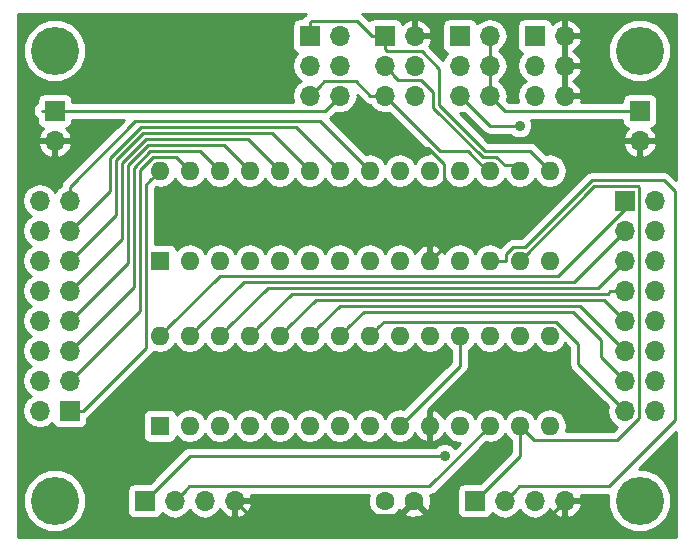
<source format=gtl>
G04 #@! TF.FileFunction,Copper,L1,Top,Signal*
%FSLAX46Y46*%
G04 Gerber Fmt 4.6, Leading zero omitted, Abs format (unit mm)*
G04 Created by KiCad (PCBNEW 4.0.7-e2-6376~58~ubuntu14.04.1) date Sat Apr 21 17:25:06 2018*
%MOMM*%
%LPD*%
G01*
G04 APERTURE LIST*
%ADD10C,0.100000*%
%ADD11R,1.700000X1.700000*%
%ADD12O,1.700000X1.700000*%
%ADD13R,1.600000X1.600000*%
%ADD14O,1.600000X1.600000*%
%ADD15C,4.064000*%
%ADD16C,1.600000*%
%ADD17C,0.889000*%
%ADD18C,0.254000*%
G04 APERTURE END LIST*
D10*
D11*
X226060000Y-139700000D03*
D12*
X228600000Y-139700000D03*
X226060000Y-142240000D03*
X228600000Y-142240000D03*
X226060000Y-144780000D03*
X228600000Y-144780000D03*
X226060000Y-147320000D03*
X228600000Y-147320000D03*
X226060000Y-149860000D03*
X228600000Y-149860000D03*
X226060000Y-152400000D03*
X228600000Y-152400000D03*
X226060000Y-154940000D03*
X228600000Y-154940000D03*
X226060000Y-157480000D03*
X228600000Y-157480000D03*
D13*
X186690000Y-158750000D03*
D14*
X219710000Y-151130000D03*
X189230000Y-158750000D03*
X217170000Y-151130000D03*
X191770000Y-158750000D03*
X214630000Y-151130000D03*
X194310000Y-158750000D03*
X212090000Y-151130000D03*
X196850000Y-158750000D03*
X209550000Y-151130000D03*
X199390000Y-158750000D03*
X207010000Y-151130000D03*
X201930000Y-158750000D03*
X204470000Y-151130000D03*
X204470000Y-158750000D03*
X201930000Y-151130000D03*
X207010000Y-158750000D03*
X199390000Y-151130000D03*
X209550000Y-158750000D03*
X196850000Y-151130000D03*
X212090000Y-158750000D03*
X194310000Y-151130000D03*
X214630000Y-158750000D03*
X191770000Y-151130000D03*
X217170000Y-158750000D03*
X189230000Y-151130000D03*
X219710000Y-158750000D03*
X186690000Y-151130000D03*
D11*
X205740000Y-125730000D03*
D12*
X208280000Y-125730000D03*
X205740000Y-128270000D03*
X208280000Y-128270000D03*
X205740000Y-130810000D03*
X208280000Y-130810000D03*
D11*
X177800000Y-132080000D03*
D12*
X177800000Y-134620000D03*
D15*
X177800000Y-127000000D03*
D11*
X199390000Y-125730000D03*
D12*
X201930000Y-125730000D03*
X199390000Y-128270000D03*
X201930000Y-128270000D03*
X199390000Y-130810000D03*
X201930000Y-130810000D03*
D15*
X227330000Y-165100000D03*
D11*
X213360000Y-165100000D03*
D12*
X215900000Y-165100000D03*
X218440000Y-165100000D03*
X220980000Y-165100000D03*
D13*
X186690000Y-144780000D03*
D14*
X219710000Y-137160000D03*
X189230000Y-144780000D03*
X217170000Y-137160000D03*
X191770000Y-144780000D03*
X214630000Y-137160000D03*
X194310000Y-144780000D03*
X212090000Y-137160000D03*
X196850000Y-144780000D03*
X209550000Y-137160000D03*
X199390000Y-144780000D03*
X207010000Y-137160000D03*
X201930000Y-144780000D03*
X204470000Y-137160000D03*
X204470000Y-144780000D03*
X201930000Y-137160000D03*
X207010000Y-144780000D03*
X199390000Y-137160000D03*
X209550000Y-144780000D03*
X196850000Y-137160000D03*
X212090000Y-144780000D03*
X194310000Y-137160000D03*
X214630000Y-144780000D03*
X191770000Y-137160000D03*
X217170000Y-144780000D03*
X189230000Y-137160000D03*
X219710000Y-144780000D03*
X186690000Y-137160000D03*
D16*
X208240000Y-165100000D03*
X205740000Y-165100000D03*
D15*
X227330000Y-127000000D03*
D11*
X218440000Y-125730000D03*
D12*
X220980000Y-125730000D03*
X218440000Y-128270000D03*
X220980000Y-128270000D03*
X218440000Y-130810000D03*
X220980000Y-130810000D03*
D11*
X212090000Y-125730000D03*
D12*
X214630000Y-125730000D03*
X212090000Y-128270000D03*
X214630000Y-128270000D03*
X212090000Y-130810000D03*
X214630000Y-130810000D03*
D11*
X227330000Y-132080000D03*
D12*
X227330000Y-134620000D03*
D11*
X185420000Y-165100000D03*
D12*
X187960000Y-165100000D03*
X190500000Y-165100000D03*
X193040000Y-165100000D03*
D11*
X179070000Y-157480000D03*
D12*
X176530000Y-157480000D03*
X179070000Y-154940000D03*
X176530000Y-154940000D03*
X179070000Y-152400000D03*
X176530000Y-152400000D03*
X179070000Y-149860000D03*
X176530000Y-149860000D03*
X179070000Y-147320000D03*
X176530000Y-147320000D03*
X179070000Y-144780000D03*
X176530000Y-144780000D03*
X179070000Y-142240000D03*
X176530000Y-142240000D03*
X179070000Y-139700000D03*
X176530000Y-139700000D03*
D15*
X177800000Y-165100000D03*
D17*
X208280000Y-135255000D03*
X210820000Y-161290000D03*
X217170000Y-133350000D03*
D18*
X209550000Y-144780000D02*
X210731001Y-143598999D01*
X210731001Y-143598999D02*
X210731001Y-136593119D01*
X210731001Y-136593119D02*
X209392882Y-135255000D01*
X209392882Y-135255000D02*
X208280000Y-135255000D01*
X193040000Y-165100000D02*
X194221001Y-166281001D01*
X207058999Y-166281001D02*
X207440001Y-165899999D01*
X194221001Y-166281001D02*
X207058999Y-166281001D01*
X207440001Y-165899999D02*
X208240000Y-165100000D01*
X220980000Y-165100000D02*
X218440000Y-167640000D01*
X218440000Y-167640000D02*
X210780000Y-167640000D01*
X210780000Y-167640000D02*
X209039999Y-165899999D01*
X209039999Y-165899999D02*
X208240000Y-165100000D01*
X177800000Y-132080000D02*
X176696000Y-132080000D01*
X212090000Y-151130000D02*
X212090000Y-153670000D01*
X212090000Y-153670000D02*
X207010000Y-158750000D01*
X214630000Y-128270000D02*
X214630000Y-125730000D01*
X214630000Y-130810000D02*
X214630000Y-128270000D01*
X227330000Y-132080000D02*
X215900000Y-132080000D01*
X215900000Y-132080000D02*
X214630000Y-130810000D01*
X177800000Y-132080000D02*
X200660000Y-132080000D01*
X200660000Y-132080000D02*
X201930000Y-130810000D01*
X214630000Y-144780000D02*
X215988999Y-144780000D01*
X215988999Y-144780000D02*
X215988999Y-144213119D01*
X215988999Y-144213119D02*
X216603119Y-143598999D01*
X216603119Y-143598999D02*
X217632567Y-143598999D01*
X216749999Y-164250001D02*
X215900000Y-165100000D01*
X217632567Y-143598999D02*
X223270576Y-137960990D01*
X217131001Y-163868999D02*
X216749999Y-164250001D01*
X223270576Y-137960990D02*
X229401306Y-137960990D01*
X229401306Y-137960990D02*
X230339011Y-138898695D01*
X230339011Y-138898695D02*
X230339010Y-158281306D01*
X230339010Y-158281306D02*
X224751317Y-163868999D01*
X224751317Y-163868999D02*
X217131001Y-163868999D01*
X214630000Y-158750000D02*
X209511001Y-163868999D01*
X209511001Y-163868999D02*
X189191001Y-163868999D01*
X189191001Y-163868999D02*
X188809999Y-164250001D01*
X188809999Y-164250001D02*
X187960000Y-165100000D01*
X185420000Y-165100000D02*
X189230000Y-161290000D01*
X189230000Y-161290000D02*
X210820000Y-161290000D01*
X217170000Y-158750000D02*
X217170000Y-161290000D01*
X217170000Y-161290000D02*
X213360000Y-165100000D01*
X217170000Y-144780000D02*
X223481001Y-138468999D01*
X227291001Y-158070881D02*
X225430881Y-159931001D01*
X223481001Y-138468999D02*
X227214801Y-138468999D01*
X227214801Y-138468999D02*
X227291001Y-138545199D01*
X227291001Y-138545199D02*
X227291001Y-158070881D01*
X225430881Y-159931001D02*
X218351001Y-159931001D01*
X218351001Y-159931001D02*
X217969999Y-159549999D01*
X217969999Y-159549999D02*
X217170000Y-158750000D01*
X217170000Y-133350000D02*
X214630000Y-133350000D01*
X214630000Y-133350000D02*
X212090000Y-130810000D01*
X222141003Y-153561003D02*
X222141003Y-151813121D01*
X222141003Y-151813121D02*
X220276881Y-149948999D01*
X220276881Y-149948999D02*
X205651001Y-149948999D01*
X205651001Y-149948999D02*
X205269999Y-150330001D01*
X205269999Y-150330001D02*
X204470000Y-151130000D01*
X226060000Y-157480000D02*
X222141003Y-153561003D01*
X202729999Y-150330001D02*
X201930000Y-151130000D01*
X224028010Y-152908010D02*
X224028010Y-151455897D01*
X221666286Y-149094173D02*
X203965827Y-149094173D01*
X226060000Y-154940000D02*
X224028010Y-152908010D01*
X224028010Y-151455897D02*
X221666286Y-149094173D01*
X203965827Y-149094173D02*
X202729999Y-150330001D01*
X200189999Y-150330001D02*
X199390000Y-151130000D01*
X201933838Y-148586162D02*
X200189999Y-150330001D01*
X222246162Y-148586162D02*
X201933838Y-148586162D01*
X226060000Y-152400000D02*
X222246162Y-148586162D01*
X197649999Y-150330001D02*
X196850000Y-151130000D01*
X226060000Y-149860000D02*
X224278151Y-148078151D01*
X224278151Y-148078151D02*
X199901849Y-148078151D01*
X199901849Y-148078151D02*
X197649999Y-150330001D01*
X195109999Y-150330001D02*
X194310000Y-151130000D01*
X197869860Y-147570140D02*
X195109999Y-150330001D01*
X224607779Y-147570140D02*
X197869860Y-147570140D01*
X224857919Y-147320000D02*
X224607779Y-147570140D01*
X226060000Y-147320000D02*
X224857919Y-147320000D01*
X195837872Y-147062129D02*
X192569999Y-150330001D01*
X223777871Y-147062129D02*
X195837872Y-147062129D01*
X192569999Y-150330001D02*
X191770000Y-151130000D01*
X226060000Y-144780000D02*
X223777871Y-147062129D01*
X221745882Y-146554118D02*
X193805882Y-146554118D01*
X226060000Y-142240000D02*
X221745882Y-146554118D01*
X193805882Y-146554118D02*
X190029999Y-150330001D01*
X190029999Y-150330001D02*
X189230000Y-151130000D01*
X226060000Y-139700000D02*
X226060000Y-140389843D01*
X220403736Y-146046107D02*
X191773893Y-146046107D01*
X226060000Y-140389843D02*
X220403736Y-146046107D01*
X191773893Y-146046107D02*
X187489999Y-150330001D01*
X187489999Y-150330001D02*
X186690000Y-151130000D01*
X210350989Y-131611305D02*
X210350989Y-128519107D01*
X208870881Y-127038999D02*
X205944999Y-127038999D01*
X214210672Y-135470988D02*
X210350989Y-131611305D01*
X218020988Y-135470988D02*
X214210672Y-135470988D01*
X205740000Y-126834000D02*
X205740000Y-125730000D01*
X219710000Y-137160000D02*
X218020988Y-135470988D01*
X210350989Y-128519107D02*
X208870881Y-127038999D01*
X205944999Y-127038999D02*
X205740000Y-126834000D01*
X205740000Y-125730000D02*
X204636000Y-125730000D01*
X204636000Y-125730000D02*
X203404999Y-124498999D01*
X203404999Y-124498999D02*
X199517001Y-124498999D01*
X199517001Y-124498999D02*
X199390000Y-124626000D01*
X199390000Y-124626000D02*
X199390000Y-125730000D01*
X217149737Y-136639825D02*
X215811001Y-136639825D01*
X215811001Y-136639825D02*
X215811001Y-136593119D01*
X206908772Y-129501001D02*
X206476600Y-129068829D01*
X215811001Y-136593119D02*
X215196881Y-135978999D01*
X206476600Y-129068829D02*
X206476600Y-129006600D01*
X215196881Y-135978999D02*
X214063119Y-135978999D01*
X214063119Y-135978999D02*
X214031684Y-136010434D01*
X208836632Y-129501001D02*
X206908772Y-129501001D01*
X214031684Y-136010434D02*
X209842979Y-131821729D01*
X206476600Y-129006600D02*
X205740000Y-128270000D01*
X209842979Y-131821729D02*
X209842979Y-130507348D01*
X209842979Y-130507348D02*
X208836632Y-129501001D01*
X214630000Y-137160000D02*
X214428072Y-137160000D01*
X214428072Y-137160000D02*
X212757259Y-135489187D01*
X212757259Y-135489187D02*
X210418869Y-135489187D01*
X210418869Y-135489187D02*
X206589999Y-131660317D01*
X206589999Y-131660317D02*
X206589999Y-131659999D01*
X206589999Y-131659999D02*
X205740000Y-130810000D01*
X205740000Y-130810000D02*
X204537919Y-130810000D01*
X204537919Y-130810000D02*
X203306918Y-129578999D01*
X203306918Y-129578999D02*
X200621001Y-129578999D01*
X200621001Y-129578999D02*
X200239999Y-129960001D01*
X200239999Y-129960001D02*
X199390000Y-130810000D01*
X179070000Y-139700000D02*
X179070000Y-138497919D01*
X179070000Y-138497919D02*
X184636980Y-132930939D01*
X203670001Y-136360001D02*
X204470000Y-137160000D01*
X184636980Y-132930939D02*
X200240939Y-132930939D01*
X200240939Y-132930939D02*
X203670001Y-136360001D01*
X179070000Y-142240000D02*
X182460944Y-138849056D01*
X182460944Y-138849056D02*
X182460944Y-136049004D01*
X198208949Y-133438949D02*
X201130001Y-136360001D01*
X201130001Y-136360001D02*
X201930000Y-137160000D01*
X182460944Y-136049004D02*
X185070999Y-133438949D01*
X185070999Y-133438949D02*
X198208949Y-133438949D01*
X179070000Y-144780000D02*
X182968953Y-140881047D01*
X196176959Y-133946959D02*
X198590001Y-136360001D01*
X182968953Y-140881047D02*
X182968953Y-136259429D01*
X182968953Y-136259429D02*
X185281423Y-133946959D01*
X185281423Y-133946959D02*
X196176959Y-133946959D01*
X198590001Y-136360001D02*
X199390000Y-137160000D01*
X179070000Y-147320000D02*
X183476962Y-142913038D01*
X183476962Y-142913038D02*
X183476962Y-136469854D01*
X183476962Y-136469854D02*
X185491847Y-134454969D01*
X185491847Y-134454969D02*
X194144969Y-134454969D01*
X194144969Y-134454969D02*
X196050001Y-136360001D01*
X196050001Y-136360001D02*
X196850000Y-137160000D01*
X179070000Y-149860000D02*
X183984970Y-144945030D01*
X183984970Y-144945030D02*
X183984971Y-136680279D01*
X183984971Y-136680279D02*
X185702271Y-134962979D01*
X185702271Y-134962979D02*
X192112979Y-134962979D01*
X192112979Y-134962979D02*
X193510001Y-136360001D01*
X193510001Y-136360001D02*
X194310000Y-137160000D01*
X179070000Y-152400000D02*
X184492980Y-146977020D01*
X184492980Y-146977020D02*
X184492980Y-136890704D01*
X184492980Y-136890704D02*
X185912695Y-135470989D01*
X185912695Y-135470989D02*
X190080989Y-135470989D01*
X190080989Y-135470989D02*
X190970001Y-136360001D01*
X190970001Y-136360001D02*
X191770000Y-137160000D01*
X179070000Y-154940000D02*
X185000989Y-149009011D01*
X185000989Y-149009011D02*
X185000989Y-137101129D01*
X185000989Y-137101129D02*
X186123119Y-135978999D01*
X188430001Y-136360001D02*
X189230000Y-137160000D01*
X186123119Y-135978999D02*
X188048999Y-135978999D01*
X188048999Y-135978999D02*
X188430001Y-136360001D01*
X179070000Y-157480000D02*
X180174000Y-157480000D01*
X185508999Y-138341001D02*
X185890001Y-137959999D01*
X180174000Y-157480000D02*
X185508999Y-152145001D01*
X185508999Y-152145001D02*
X185508999Y-138341001D01*
X185890001Y-137959999D02*
X186690000Y-137160000D01*
G36*
X198978186Y-123960183D02*
X198851185Y-124087185D01*
X198754048Y-124232560D01*
X198540000Y-124232560D01*
X198304683Y-124276838D01*
X198088559Y-124415910D01*
X197943569Y-124628110D01*
X197892560Y-124880000D01*
X197892560Y-126580000D01*
X197936838Y-126815317D01*
X198075910Y-127031441D01*
X198288110Y-127176431D01*
X198355541Y-127190086D01*
X198310853Y-127219946D01*
X197988946Y-127701715D01*
X197875907Y-128270000D01*
X197988946Y-128838285D01*
X198310853Y-129320054D01*
X198640026Y-129540000D01*
X198310853Y-129759946D01*
X197988946Y-130241715D01*
X197875907Y-130810000D01*
X197976955Y-131318000D01*
X179297440Y-131318000D01*
X179297440Y-131230000D01*
X179253162Y-130994683D01*
X179114090Y-130778559D01*
X178901890Y-130633569D01*
X178650000Y-130582560D01*
X176950000Y-130582560D01*
X176714683Y-130626838D01*
X176498559Y-130765910D01*
X176353569Y-130978110D01*
X176302560Y-131230000D01*
X176302560Y-131444048D01*
X176157185Y-131541185D01*
X175992004Y-131788395D01*
X175934000Y-132080000D01*
X175992004Y-132371605D01*
X176157185Y-132618815D01*
X176302560Y-132715952D01*
X176302560Y-132930000D01*
X176346838Y-133165317D01*
X176485910Y-133381441D01*
X176698110Y-133526431D01*
X176806107Y-133548301D01*
X176528355Y-133853076D01*
X176358524Y-134263110D01*
X176479845Y-134493000D01*
X177673000Y-134493000D01*
X177673000Y-134473000D01*
X177927000Y-134473000D01*
X177927000Y-134493000D01*
X179120155Y-134493000D01*
X179241476Y-134263110D01*
X179071645Y-133853076D01*
X178795499Y-133550063D01*
X178885317Y-133533162D01*
X179101441Y-133394090D01*
X179246431Y-133181890D01*
X179297440Y-132930000D01*
X179297440Y-132842000D01*
X183648288Y-132842000D01*
X178531185Y-137959104D01*
X178366004Y-138206314D01*
X178321737Y-138428857D01*
X177990853Y-138649946D01*
X177800000Y-138935578D01*
X177609147Y-138649946D01*
X177127378Y-138328039D01*
X176559093Y-138215000D01*
X176500907Y-138215000D01*
X175932622Y-138328039D01*
X175450853Y-138649946D01*
X175128946Y-139131715D01*
X175015907Y-139700000D01*
X175128946Y-140268285D01*
X175450853Y-140750054D01*
X175780026Y-140970000D01*
X175450853Y-141189946D01*
X175128946Y-141671715D01*
X175015907Y-142240000D01*
X175128946Y-142808285D01*
X175450853Y-143290054D01*
X175780026Y-143510000D01*
X175450853Y-143729946D01*
X175128946Y-144211715D01*
X175015907Y-144780000D01*
X175128946Y-145348285D01*
X175450853Y-145830054D01*
X175780026Y-146050000D01*
X175450853Y-146269946D01*
X175128946Y-146751715D01*
X175015907Y-147320000D01*
X175128946Y-147888285D01*
X175450853Y-148370054D01*
X175780026Y-148590000D01*
X175450853Y-148809946D01*
X175128946Y-149291715D01*
X175015907Y-149860000D01*
X175128946Y-150428285D01*
X175450853Y-150910054D01*
X175780026Y-151130000D01*
X175450853Y-151349946D01*
X175128946Y-151831715D01*
X175015907Y-152400000D01*
X175128946Y-152968285D01*
X175450853Y-153450054D01*
X175780026Y-153670000D01*
X175450853Y-153889946D01*
X175128946Y-154371715D01*
X175015907Y-154940000D01*
X175128946Y-155508285D01*
X175450853Y-155990054D01*
X175780026Y-156210000D01*
X175450853Y-156429946D01*
X175128946Y-156911715D01*
X175015907Y-157480000D01*
X175128946Y-158048285D01*
X175450853Y-158530054D01*
X175932622Y-158851961D01*
X176500907Y-158965000D01*
X176559093Y-158965000D01*
X177127378Y-158851961D01*
X177609147Y-158530054D01*
X177609971Y-158528821D01*
X177616838Y-158565317D01*
X177755910Y-158781441D01*
X177968110Y-158926431D01*
X178220000Y-158977440D01*
X179920000Y-158977440D01*
X180155317Y-158933162D01*
X180371441Y-158794090D01*
X180516431Y-158581890D01*
X180567440Y-158330000D01*
X180567440Y-158115952D01*
X180712815Y-158018815D01*
X186047814Y-152683816D01*
X186176649Y-152491001D01*
X186690000Y-152593113D01*
X187239151Y-152483880D01*
X187704698Y-152172811D01*
X187960000Y-151790725D01*
X188215302Y-152172811D01*
X188680849Y-152483880D01*
X189230000Y-152593113D01*
X189779151Y-152483880D01*
X190244698Y-152172811D01*
X190500000Y-151790725D01*
X190755302Y-152172811D01*
X191220849Y-152483880D01*
X191770000Y-152593113D01*
X192319151Y-152483880D01*
X192784698Y-152172811D01*
X193040000Y-151790725D01*
X193295302Y-152172811D01*
X193760849Y-152483880D01*
X194310000Y-152593113D01*
X194859151Y-152483880D01*
X195324698Y-152172811D01*
X195580000Y-151790725D01*
X195835302Y-152172811D01*
X196300849Y-152483880D01*
X196850000Y-152593113D01*
X197399151Y-152483880D01*
X197864698Y-152172811D01*
X198120000Y-151790725D01*
X198375302Y-152172811D01*
X198840849Y-152483880D01*
X199390000Y-152593113D01*
X199939151Y-152483880D01*
X200404698Y-152172811D01*
X200660000Y-151790725D01*
X200915302Y-152172811D01*
X201380849Y-152483880D01*
X201930000Y-152593113D01*
X202479151Y-152483880D01*
X202944698Y-152172811D01*
X203200000Y-151790725D01*
X203455302Y-152172811D01*
X203920849Y-152483880D01*
X204470000Y-152593113D01*
X205019151Y-152483880D01*
X205484698Y-152172811D01*
X205740000Y-151790725D01*
X205995302Y-152172811D01*
X206460849Y-152483880D01*
X207010000Y-152593113D01*
X207559151Y-152483880D01*
X208024698Y-152172811D01*
X208280000Y-151790725D01*
X208535302Y-152172811D01*
X209000849Y-152483880D01*
X209550000Y-152593113D01*
X210099151Y-152483880D01*
X210564698Y-152172811D01*
X210820000Y-151790725D01*
X211075302Y-152172811D01*
X211328000Y-152341659D01*
X211328000Y-153354370D01*
X207331527Y-157350843D01*
X207010000Y-157286887D01*
X206460849Y-157396120D01*
X205995302Y-157707189D01*
X205740000Y-158089275D01*
X205484698Y-157707189D01*
X205019151Y-157396120D01*
X204470000Y-157286887D01*
X203920849Y-157396120D01*
X203455302Y-157707189D01*
X203200000Y-158089275D01*
X202944698Y-157707189D01*
X202479151Y-157396120D01*
X201930000Y-157286887D01*
X201380849Y-157396120D01*
X200915302Y-157707189D01*
X200660000Y-158089275D01*
X200404698Y-157707189D01*
X199939151Y-157396120D01*
X199390000Y-157286887D01*
X198840849Y-157396120D01*
X198375302Y-157707189D01*
X198120000Y-158089275D01*
X197864698Y-157707189D01*
X197399151Y-157396120D01*
X196850000Y-157286887D01*
X196300849Y-157396120D01*
X195835302Y-157707189D01*
X195580000Y-158089275D01*
X195324698Y-157707189D01*
X194859151Y-157396120D01*
X194310000Y-157286887D01*
X193760849Y-157396120D01*
X193295302Y-157707189D01*
X193040000Y-158089275D01*
X192784698Y-157707189D01*
X192319151Y-157396120D01*
X191770000Y-157286887D01*
X191220849Y-157396120D01*
X190755302Y-157707189D01*
X190500000Y-158089275D01*
X190244698Y-157707189D01*
X189779151Y-157396120D01*
X189230000Y-157286887D01*
X188680849Y-157396120D01*
X188215302Y-157707189D01*
X188118899Y-157851465D01*
X188093162Y-157714683D01*
X187954090Y-157498559D01*
X187741890Y-157353569D01*
X187490000Y-157302560D01*
X185890000Y-157302560D01*
X185654683Y-157346838D01*
X185438559Y-157485910D01*
X185293569Y-157698110D01*
X185242560Y-157950000D01*
X185242560Y-159550000D01*
X185286838Y-159785317D01*
X185425910Y-160001441D01*
X185638110Y-160146431D01*
X185890000Y-160197440D01*
X187490000Y-160197440D01*
X187725317Y-160153162D01*
X187941441Y-160014090D01*
X188086431Y-159801890D01*
X188117815Y-159646911D01*
X188215302Y-159792811D01*
X188680849Y-160103880D01*
X189230000Y-160213113D01*
X189779151Y-160103880D01*
X190244698Y-159792811D01*
X190500000Y-159410725D01*
X190755302Y-159792811D01*
X191220849Y-160103880D01*
X191770000Y-160213113D01*
X192319151Y-160103880D01*
X192784698Y-159792811D01*
X193040000Y-159410725D01*
X193295302Y-159792811D01*
X193760849Y-160103880D01*
X194310000Y-160213113D01*
X194859151Y-160103880D01*
X195324698Y-159792811D01*
X195580000Y-159410725D01*
X195835302Y-159792811D01*
X196300849Y-160103880D01*
X196850000Y-160213113D01*
X197399151Y-160103880D01*
X197864698Y-159792811D01*
X198120000Y-159410725D01*
X198375302Y-159792811D01*
X198840849Y-160103880D01*
X199390000Y-160213113D01*
X199939151Y-160103880D01*
X200404698Y-159792811D01*
X200660000Y-159410725D01*
X200915302Y-159792811D01*
X201380849Y-160103880D01*
X201930000Y-160213113D01*
X202479151Y-160103880D01*
X202944698Y-159792811D01*
X203200000Y-159410725D01*
X203455302Y-159792811D01*
X203920849Y-160103880D01*
X204470000Y-160213113D01*
X205019151Y-160103880D01*
X205484698Y-159792811D01*
X205740000Y-159410725D01*
X205995302Y-159792811D01*
X206460849Y-160103880D01*
X207010000Y-160213113D01*
X207559151Y-160103880D01*
X208024698Y-159792811D01*
X208294986Y-159388297D01*
X208397611Y-159605134D01*
X208812577Y-159981041D01*
X209200961Y-160141904D01*
X209423000Y-160019915D01*
X209423000Y-158877000D01*
X209403000Y-158877000D01*
X209403000Y-158623000D01*
X209423000Y-158623000D01*
X209423000Y-157480085D01*
X209380755Y-157456875D01*
X212628815Y-154208815D01*
X212793996Y-153961605D01*
X212852000Y-153670000D01*
X212852000Y-152341659D01*
X213104698Y-152172811D01*
X213360000Y-151790725D01*
X213615302Y-152172811D01*
X214080849Y-152483880D01*
X214630000Y-152593113D01*
X215179151Y-152483880D01*
X215644698Y-152172811D01*
X215900000Y-151790725D01*
X216155302Y-152172811D01*
X216620849Y-152483880D01*
X217170000Y-152593113D01*
X217719151Y-152483880D01*
X218184698Y-152172811D01*
X218440000Y-151790725D01*
X218695302Y-152172811D01*
X219160849Y-152483880D01*
X219710000Y-152593113D01*
X220259151Y-152483880D01*
X220724698Y-152172811D01*
X221004424Y-151754172D01*
X221379003Y-152128752D01*
X221379003Y-153561003D01*
X221437007Y-153852608D01*
X221458651Y-153885000D01*
X221602188Y-154099818D01*
X224618321Y-157115952D01*
X224545907Y-157480000D01*
X224658946Y-158048285D01*
X224980853Y-158530054D01*
X225444440Y-158839812D01*
X225115251Y-159169001D01*
X221067247Y-159169001D01*
X221145000Y-158778113D01*
X221145000Y-158721887D01*
X221035767Y-158172736D01*
X220724698Y-157707189D01*
X220259151Y-157396120D01*
X219710000Y-157286887D01*
X219160849Y-157396120D01*
X218695302Y-157707189D01*
X218440000Y-158089275D01*
X218184698Y-157707189D01*
X217719151Y-157396120D01*
X217170000Y-157286887D01*
X216620849Y-157396120D01*
X216155302Y-157707189D01*
X215900000Y-158089275D01*
X215644698Y-157707189D01*
X215179151Y-157396120D01*
X214630000Y-157286887D01*
X214080849Y-157396120D01*
X213615302Y-157707189D01*
X213360000Y-158089275D01*
X213104698Y-157707189D01*
X212639151Y-157396120D01*
X212090000Y-157286887D01*
X211540849Y-157396120D01*
X211075302Y-157707189D01*
X210805014Y-158111703D01*
X210702389Y-157894866D01*
X210287423Y-157518959D01*
X209899039Y-157358096D01*
X209677000Y-157480085D01*
X209677000Y-158623000D01*
X209697000Y-158623000D01*
X209697000Y-158877000D01*
X209677000Y-158877000D01*
X209677000Y-160019915D01*
X209899039Y-160141904D01*
X210287423Y-159981041D01*
X210702389Y-159605134D01*
X210805014Y-159388297D01*
X211075302Y-159792811D01*
X211540849Y-160103880D01*
X212089380Y-160212990D01*
X211679423Y-160622947D01*
X211432286Y-160375378D01*
X211035668Y-160210687D01*
X210606216Y-160210313D01*
X210209311Y-160374311D01*
X210055354Y-160528000D01*
X189230000Y-160528000D01*
X188938395Y-160586004D01*
X188865072Y-160634997D01*
X188691185Y-160751184D01*
X185839810Y-163602560D01*
X184570000Y-163602560D01*
X184334683Y-163646838D01*
X184118559Y-163785910D01*
X183973569Y-163998110D01*
X183922560Y-164250000D01*
X183922560Y-165950000D01*
X183966838Y-166185317D01*
X184105910Y-166401441D01*
X184318110Y-166546431D01*
X184570000Y-166597440D01*
X186270000Y-166597440D01*
X186505317Y-166553162D01*
X186721441Y-166414090D01*
X186866431Y-166201890D01*
X186880086Y-166134459D01*
X186909946Y-166179147D01*
X187391715Y-166501054D01*
X187960000Y-166614093D01*
X188528285Y-166501054D01*
X189010054Y-166179147D01*
X189230000Y-165849974D01*
X189449946Y-166179147D01*
X189931715Y-166501054D01*
X190500000Y-166614093D01*
X191068285Y-166501054D01*
X191550054Y-166179147D01*
X191777702Y-165838447D01*
X191844817Y-165981358D01*
X192273076Y-166371645D01*
X192683110Y-166541476D01*
X192913000Y-166420155D01*
X192913000Y-165227000D01*
X193167000Y-165227000D01*
X193167000Y-166420155D01*
X193396890Y-166541476D01*
X193806924Y-166371645D01*
X194235183Y-165981358D01*
X194481486Y-165456892D01*
X194360819Y-165227000D01*
X193167000Y-165227000D01*
X192913000Y-165227000D01*
X192893000Y-165227000D01*
X192893000Y-164973000D01*
X192913000Y-164973000D01*
X192913000Y-164953000D01*
X193167000Y-164953000D01*
X193167000Y-164973000D01*
X194360819Y-164973000D01*
X194481486Y-164743108D01*
X194428837Y-164630999D01*
X204380952Y-164630999D01*
X204305250Y-164813309D01*
X204304752Y-165384187D01*
X204522757Y-165911800D01*
X204926077Y-166315824D01*
X205453309Y-166534750D01*
X206024187Y-166535248D01*
X206551800Y-166317243D01*
X206761663Y-166107745D01*
X207411861Y-166107745D01*
X207485995Y-166353864D01*
X208023223Y-166546965D01*
X208593454Y-166519778D01*
X208994005Y-166353864D01*
X209068139Y-166107745D01*
X208240000Y-165279605D01*
X207411861Y-166107745D01*
X206761663Y-166107745D01*
X206955824Y-165913923D01*
X206983423Y-165847456D01*
X206986136Y-165854005D01*
X207232255Y-165928139D01*
X208060395Y-165100000D01*
X208046252Y-165085858D01*
X208225858Y-164906253D01*
X208240000Y-164920395D01*
X208254143Y-164906253D01*
X208433748Y-165085858D01*
X208419605Y-165100000D01*
X209247745Y-165928139D01*
X209493864Y-165854005D01*
X209686965Y-165316777D01*
X209659778Y-164746546D01*
X209604235Y-164612454D01*
X209802606Y-164572995D01*
X210049816Y-164407814D01*
X214308473Y-160149157D01*
X214630000Y-160213113D01*
X215179151Y-160103880D01*
X215644698Y-159792811D01*
X215900000Y-159410725D01*
X216155302Y-159792811D01*
X216408000Y-159961659D01*
X216408000Y-160974369D01*
X213779810Y-163602560D01*
X212510000Y-163602560D01*
X212274683Y-163646838D01*
X212058559Y-163785910D01*
X211913569Y-163998110D01*
X211862560Y-164250000D01*
X211862560Y-165950000D01*
X211906838Y-166185317D01*
X212045910Y-166401441D01*
X212258110Y-166546431D01*
X212510000Y-166597440D01*
X214210000Y-166597440D01*
X214445317Y-166553162D01*
X214661441Y-166414090D01*
X214806431Y-166201890D01*
X214820086Y-166134459D01*
X214849946Y-166179147D01*
X215331715Y-166501054D01*
X215900000Y-166614093D01*
X216468285Y-166501054D01*
X216950054Y-166179147D01*
X217170000Y-165849974D01*
X217389946Y-166179147D01*
X217871715Y-166501054D01*
X218440000Y-166614093D01*
X219008285Y-166501054D01*
X219490054Y-166179147D01*
X219717702Y-165838447D01*
X219784817Y-165981358D01*
X220213076Y-166371645D01*
X220623110Y-166541476D01*
X220853000Y-166420155D01*
X220853000Y-165227000D01*
X221107000Y-165227000D01*
X221107000Y-166420155D01*
X221336890Y-166541476D01*
X221746924Y-166371645D01*
X222175183Y-165981358D01*
X222421486Y-165456892D01*
X222300819Y-165227000D01*
X221107000Y-165227000D01*
X220853000Y-165227000D01*
X220833000Y-165227000D01*
X220833000Y-164973000D01*
X220853000Y-164973000D01*
X220853000Y-164953000D01*
X221107000Y-164953000D01*
X221107000Y-164973000D01*
X222300819Y-164973000D01*
X222421486Y-164743108D01*
X222368837Y-164630999D01*
X224663408Y-164630999D01*
X224662538Y-165628172D01*
X225067709Y-166608761D01*
X225817293Y-167359655D01*
X226797173Y-167766536D01*
X227858172Y-167767462D01*
X228838761Y-167362291D01*
X229589655Y-166612707D01*
X229996536Y-165632827D01*
X229997462Y-164571828D01*
X229592291Y-163591239D01*
X228842707Y-162840345D01*
X227862827Y-162433464D01*
X227265004Y-162432942D01*
X230430000Y-159267947D01*
X230430000Y-168200000D01*
X174700000Y-168200000D01*
X174700000Y-165628172D01*
X175132538Y-165628172D01*
X175537709Y-166608761D01*
X176287293Y-167359655D01*
X177267173Y-167766536D01*
X178328172Y-167767462D01*
X179308761Y-167362291D01*
X180059655Y-166612707D01*
X180466536Y-165632827D01*
X180467462Y-164571828D01*
X180062291Y-163591239D01*
X179312707Y-162840345D01*
X178332827Y-162433464D01*
X177271828Y-162432538D01*
X176291239Y-162837709D01*
X175540345Y-163587293D01*
X175133464Y-164567173D01*
X175132538Y-165628172D01*
X174700000Y-165628172D01*
X174700000Y-134976890D01*
X176358524Y-134976890D01*
X176528355Y-135386924D01*
X176918642Y-135815183D01*
X177443108Y-136061486D01*
X177673000Y-135940819D01*
X177673000Y-134747000D01*
X177927000Y-134747000D01*
X177927000Y-135940819D01*
X178156892Y-136061486D01*
X178681358Y-135815183D01*
X179071645Y-135386924D01*
X179241476Y-134976890D01*
X179120155Y-134747000D01*
X177927000Y-134747000D01*
X177673000Y-134747000D01*
X176479845Y-134747000D01*
X176358524Y-134976890D01*
X174700000Y-134976890D01*
X174700000Y-127528172D01*
X175132538Y-127528172D01*
X175537709Y-128508761D01*
X176287293Y-129259655D01*
X177267173Y-129666536D01*
X178328172Y-129667462D01*
X179308761Y-129262291D01*
X180059655Y-128512707D01*
X180466536Y-127532827D01*
X180467462Y-126471828D01*
X180062291Y-125491239D01*
X179312707Y-124740345D01*
X178332827Y-124333464D01*
X177271828Y-124332538D01*
X176291239Y-124737709D01*
X175540345Y-125487293D01*
X175133464Y-126467173D01*
X175132538Y-127528172D01*
X174700000Y-127528172D01*
X174700000Y-123900000D01*
X199068256Y-123900000D01*
X198978186Y-123960183D01*
X198978186Y-123960183D01*
G37*
X198978186Y-123960183D02*
X198851185Y-124087185D01*
X198754048Y-124232560D01*
X198540000Y-124232560D01*
X198304683Y-124276838D01*
X198088559Y-124415910D01*
X197943569Y-124628110D01*
X197892560Y-124880000D01*
X197892560Y-126580000D01*
X197936838Y-126815317D01*
X198075910Y-127031441D01*
X198288110Y-127176431D01*
X198355541Y-127190086D01*
X198310853Y-127219946D01*
X197988946Y-127701715D01*
X197875907Y-128270000D01*
X197988946Y-128838285D01*
X198310853Y-129320054D01*
X198640026Y-129540000D01*
X198310853Y-129759946D01*
X197988946Y-130241715D01*
X197875907Y-130810000D01*
X197976955Y-131318000D01*
X179297440Y-131318000D01*
X179297440Y-131230000D01*
X179253162Y-130994683D01*
X179114090Y-130778559D01*
X178901890Y-130633569D01*
X178650000Y-130582560D01*
X176950000Y-130582560D01*
X176714683Y-130626838D01*
X176498559Y-130765910D01*
X176353569Y-130978110D01*
X176302560Y-131230000D01*
X176302560Y-131444048D01*
X176157185Y-131541185D01*
X175992004Y-131788395D01*
X175934000Y-132080000D01*
X175992004Y-132371605D01*
X176157185Y-132618815D01*
X176302560Y-132715952D01*
X176302560Y-132930000D01*
X176346838Y-133165317D01*
X176485910Y-133381441D01*
X176698110Y-133526431D01*
X176806107Y-133548301D01*
X176528355Y-133853076D01*
X176358524Y-134263110D01*
X176479845Y-134493000D01*
X177673000Y-134493000D01*
X177673000Y-134473000D01*
X177927000Y-134473000D01*
X177927000Y-134493000D01*
X179120155Y-134493000D01*
X179241476Y-134263110D01*
X179071645Y-133853076D01*
X178795499Y-133550063D01*
X178885317Y-133533162D01*
X179101441Y-133394090D01*
X179246431Y-133181890D01*
X179297440Y-132930000D01*
X179297440Y-132842000D01*
X183648288Y-132842000D01*
X178531185Y-137959104D01*
X178366004Y-138206314D01*
X178321737Y-138428857D01*
X177990853Y-138649946D01*
X177800000Y-138935578D01*
X177609147Y-138649946D01*
X177127378Y-138328039D01*
X176559093Y-138215000D01*
X176500907Y-138215000D01*
X175932622Y-138328039D01*
X175450853Y-138649946D01*
X175128946Y-139131715D01*
X175015907Y-139700000D01*
X175128946Y-140268285D01*
X175450853Y-140750054D01*
X175780026Y-140970000D01*
X175450853Y-141189946D01*
X175128946Y-141671715D01*
X175015907Y-142240000D01*
X175128946Y-142808285D01*
X175450853Y-143290054D01*
X175780026Y-143510000D01*
X175450853Y-143729946D01*
X175128946Y-144211715D01*
X175015907Y-144780000D01*
X175128946Y-145348285D01*
X175450853Y-145830054D01*
X175780026Y-146050000D01*
X175450853Y-146269946D01*
X175128946Y-146751715D01*
X175015907Y-147320000D01*
X175128946Y-147888285D01*
X175450853Y-148370054D01*
X175780026Y-148590000D01*
X175450853Y-148809946D01*
X175128946Y-149291715D01*
X175015907Y-149860000D01*
X175128946Y-150428285D01*
X175450853Y-150910054D01*
X175780026Y-151130000D01*
X175450853Y-151349946D01*
X175128946Y-151831715D01*
X175015907Y-152400000D01*
X175128946Y-152968285D01*
X175450853Y-153450054D01*
X175780026Y-153670000D01*
X175450853Y-153889946D01*
X175128946Y-154371715D01*
X175015907Y-154940000D01*
X175128946Y-155508285D01*
X175450853Y-155990054D01*
X175780026Y-156210000D01*
X175450853Y-156429946D01*
X175128946Y-156911715D01*
X175015907Y-157480000D01*
X175128946Y-158048285D01*
X175450853Y-158530054D01*
X175932622Y-158851961D01*
X176500907Y-158965000D01*
X176559093Y-158965000D01*
X177127378Y-158851961D01*
X177609147Y-158530054D01*
X177609971Y-158528821D01*
X177616838Y-158565317D01*
X177755910Y-158781441D01*
X177968110Y-158926431D01*
X178220000Y-158977440D01*
X179920000Y-158977440D01*
X180155317Y-158933162D01*
X180371441Y-158794090D01*
X180516431Y-158581890D01*
X180567440Y-158330000D01*
X180567440Y-158115952D01*
X180712815Y-158018815D01*
X186047814Y-152683816D01*
X186176649Y-152491001D01*
X186690000Y-152593113D01*
X187239151Y-152483880D01*
X187704698Y-152172811D01*
X187960000Y-151790725D01*
X188215302Y-152172811D01*
X188680849Y-152483880D01*
X189230000Y-152593113D01*
X189779151Y-152483880D01*
X190244698Y-152172811D01*
X190500000Y-151790725D01*
X190755302Y-152172811D01*
X191220849Y-152483880D01*
X191770000Y-152593113D01*
X192319151Y-152483880D01*
X192784698Y-152172811D01*
X193040000Y-151790725D01*
X193295302Y-152172811D01*
X193760849Y-152483880D01*
X194310000Y-152593113D01*
X194859151Y-152483880D01*
X195324698Y-152172811D01*
X195580000Y-151790725D01*
X195835302Y-152172811D01*
X196300849Y-152483880D01*
X196850000Y-152593113D01*
X197399151Y-152483880D01*
X197864698Y-152172811D01*
X198120000Y-151790725D01*
X198375302Y-152172811D01*
X198840849Y-152483880D01*
X199390000Y-152593113D01*
X199939151Y-152483880D01*
X200404698Y-152172811D01*
X200660000Y-151790725D01*
X200915302Y-152172811D01*
X201380849Y-152483880D01*
X201930000Y-152593113D01*
X202479151Y-152483880D01*
X202944698Y-152172811D01*
X203200000Y-151790725D01*
X203455302Y-152172811D01*
X203920849Y-152483880D01*
X204470000Y-152593113D01*
X205019151Y-152483880D01*
X205484698Y-152172811D01*
X205740000Y-151790725D01*
X205995302Y-152172811D01*
X206460849Y-152483880D01*
X207010000Y-152593113D01*
X207559151Y-152483880D01*
X208024698Y-152172811D01*
X208280000Y-151790725D01*
X208535302Y-152172811D01*
X209000849Y-152483880D01*
X209550000Y-152593113D01*
X210099151Y-152483880D01*
X210564698Y-152172811D01*
X210820000Y-151790725D01*
X211075302Y-152172811D01*
X211328000Y-152341659D01*
X211328000Y-153354370D01*
X207331527Y-157350843D01*
X207010000Y-157286887D01*
X206460849Y-157396120D01*
X205995302Y-157707189D01*
X205740000Y-158089275D01*
X205484698Y-157707189D01*
X205019151Y-157396120D01*
X204470000Y-157286887D01*
X203920849Y-157396120D01*
X203455302Y-157707189D01*
X203200000Y-158089275D01*
X202944698Y-157707189D01*
X202479151Y-157396120D01*
X201930000Y-157286887D01*
X201380849Y-157396120D01*
X200915302Y-157707189D01*
X200660000Y-158089275D01*
X200404698Y-157707189D01*
X199939151Y-157396120D01*
X199390000Y-157286887D01*
X198840849Y-157396120D01*
X198375302Y-157707189D01*
X198120000Y-158089275D01*
X197864698Y-157707189D01*
X197399151Y-157396120D01*
X196850000Y-157286887D01*
X196300849Y-157396120D01*
X195835302Y-157707189D01*
X195580000Y-158089275D01*
X195324698Y-157707189D01*
X194859151Y-157396120D01*
X194310000Y-157286887D01*
X193760849Y-157396120D01*
X193295302Y-157707189D01*
X193040000Y-158089275D01*
X192784698Y-157707189D01*
X192319151Y-157396120D01*
X191770000Y-157286887D01*
X191220849Y-157396120D01*
X190755302Y-157707189D01*
X190500000Y-158089275D01*
X190244698Y-157707189D01*
X189779151Y-157396120D01*
X189230000Y-157286887D01*
X188680849Y-157396120D01*
X188215302Y-157707189D01*
X188118899Y-157851465D01*
X188093162Y-157714683D01*
X187954090Y-157498559D01*
X187741890Y-157353569D01*
X187490000Y-157302560D01*
X185890000Y-157302560D01*
X185654683Y-157346838D01*
X185438559Y-157485910D01*
X185293569Y-157698110D01*
X185242560Y-157950000D01*
X185242560Y-159550000D01*
X185286838Y-159785317D01*
X185425910Y-160001441D01*
X185638110Y-160146431D01*
X185890000Y-160197440D01*
X187490000Y-160197440D01*
X187725317Y-160153162D01*
X187941441Y-160014090D01*
X188086431Y-159801890D01*
X188117815Y-159646911D01*
X188215302Y-159792811D01*
X188680849Y-160103880D01*
X189230000Y-160213113D01*
X189779151Y-160103880D01*
X190244698Y-159792811D01*
X190500000Y-159410725D01*
X190755302Y-159792811D01*
X191220849Y-160103880D01*
X191770000Y-160213113D01*
X192319151Y-160103880D01*
X192784698Y-159792811D01*
X193040000Y-159410725D01*
X193295302Y-159792811D01*
X193760849Y-160103880D01*
X194310000Y-160213113D01*
X194859151Y-160103880D01*
X195324698Y-159792811D01*
X195580000Y-159410725D01*
X195835302Y-159792811D01*
X196300849Y-160103880D01*
X196850000Y-160213113D01*
X197399151Y-160103880D01*
X197864698Y-159792811D01*
X198120000Y-159410725D01*
X198375302Y-159792811D01*
X198840849Y-160103880D01*
X199390000Y-160213113D01*
X199939151Y-160103880D01*
X200404698Y-159792811D01*
X200660000Y-159410725D01*
X200915302Y-159792811D01*
X201380849Y-160103880D01*
X201930000Y-160213113D01*
X202479151Y-160103880D01*
X202944698Y-159792811D01*
X203200000Y-159410725D01*
X203455302Y-159792811D01*
X203920849Y-160103880D01*
X204470000Y-160213113D01*
X205019151Y-160103880D01*
X205484698Y-159792811D01*
X205740000Y-159410725D01*
X205995302Y-159792811D01*
X206460849Y-160103880D01*
X207010000Y-160213113D01*
X207559151Y-160103880D01*
X208024698Y-159792811D01*
X208294986Y-159388297D01*
X208397611Y-159605134D01*
X208812577Y-159981041D01*
X209200961Y-160141904D01*
X209423000Y-160019915D01*
X209423000Y-158877000D01*
X209403000Y-158877000D01*
X209403000Y-158623000D01*
X209423000Y-158623000D01*
X209423000Y-157480085D01*
X209380755Y-157456875D01*
X212628815Y-154208815D01*
X212793996Y-153961605D01*
X212852000Y-153670000D01*
X212852000Y-152341659D01*
X213104698Y-152172811D01*
X213360000Y-151790725D01*
X213615302Y-152172811D01*
X214080849Y-152483880D01*
X214630000Y-152593113D01*
X215179151Y-152483880D01*
X215644698Y-152172811D01*
X215900000Y-151790725D01*
X216155302Y-152172811D01*
X216620849Y-152483880D01*
X217170000Y-152593113D01*
X217719151Y-152483880D01*
X218184698Y-152172811D01*
X218440000Y-151790725D01*
X218695302Y-152172811D01*
X219160849Y-152483880D01*
X219710000Y-152593113D01*
X220259151Y-152483880D01*
X220724698Y-152172811D01*
X221004424Y-151754172D01*
X221379003Y-152128752D01*
X221379003Y-153561003D01*
X221437007Y-153852608D01*
X221458651Y-153885000D01*
X221602188Y-154099818D01*
X224618321Y-157115952D01*
X224545907Y-157480000D01*
X224658946Y-158048285D01*
X224980853Y-158530054D01*
X225444440Y-158839812D01*
X225115251Y-159169001D01*
X221067247Y-159169001D01*
X221145000Y-158778113D01*
X221145000Y-158721887D01*
X221035767Y-158172736D01*
X220724698Y-157707189D01*
X220259151Y-157396120D01*
X219710000Y-157286887D01*
X219160849Y-157396120D01*
X218695302Y-157707189D01*
X218440000Y-158089275D01*
X218184698Y-157707189D01*
X217719151Y-157396120D01*
X217170000Y-157286887D01*
X216620849Y-157396120D01*
X216155302Y-157707189D01*
X215900000Y-158089275D01*
X215644698Y-157707189D01*
X215179151Y-157396120D01*
X214630000Y-157286887D01*
X214080849Y-157396120D01*
X213615302Y-157707189D01*
X213360000Y-158089275D01*
X213104698Y-157707189D01*
X212639151Y-157396120D01*
X212090000Y-157286887D01*
X211540849Y-157396120D01*
X211075302Y-157707189D01*
X210805014Y-158111703D01*
X210702389Y-157894866D01*
X210287423Y-157518959D01*
X209899039Y-157358096D01*
X209677000Y-157480085D01*
X209677000Y-158623000D01*
X209697000Y-158623000D01*
X209697000Y-158877000D01*
X209677000Y-158877000D01*
X209677000Y-160019915D01*
X209899039Y-160141904D01*
X210287423Y-159981041D01*
X210702389Y-159605134D01*
X210805014Y-159388297D01*
X211075302Y-159792811D01*
X211540849Y-160103880D01*
X212089380Y-160212990D01*
X211679423Y-160622947D01*
X211432286Y-160375378D01*
X211035668Y-160210687D01*
X210606216Y-160210313D01*
X210209311Y-160374311D01*
X210055354Y-160528000D01*
X189230000Y-160528000D01*
X188938395Y-160586004D01*
X188865072Y-160634997D01*
X188691185Y-160751184D01*
X185839810Y-163602560D01*
X184570000Y-163602560D01*
X184334683Y-163646838D01*
X184118559Y-163785910D01*
X183973569Y-163998110D01*
X183922560Y-164250000D01*
X183922560Y-165950000D01*
X183966838Y-166185317D01*
X184105910Y-166401441D01*
X184318110Y-166546431D01*
X184570000Y-166597440D01*
X186270000Y-166597440D01*
X186505317Y-166553162D01*
X186721441Y-166414090D01*
X186866431Y-166201890D01*
X186880086Y-166134459D01*
X186909946Y-166179147D01*
X187391715Y-166501054D01*
X187960000Y-166614093D01*
X188528285Y-166501054D01*
X189010054Y-166179147D01*
X189230000Y-165849974D01*
X189449946Y-166179147D01*
X189931715Y-166501054D01*
X190500000Y-166614093D01*
X191068285Y-166501054D01*
X191550054Y-166179147D01*
X191777702Y-165838447D01*
X191844817Y-165981358D01*
X192273076Y-166371645D01*
X192683110Y-166541476D01*
X192913000Y-166420155D01*
X192913000Y-165227000D01*
X193167000Y-165227000D01*
X193167000Y-166420155D01*
X193396890Y-166541476D01*
X193806924Y-166371645D01*
X194235183Y-165981358D01*
X194481486Y-165456892D01*
X194360819Y-165227000D01*
X193167000Y-165227000D01*
X192913000Y-165227000D01*
X192893000Y-165227000D01*
X192893000Y-164973000D01*
X192913000Y-164973000D01*
X192913000Y-164953000D01*
X193167000Y-164953000D01*
X193167000Y-164973000D01*
X194360819Y-164973000D01*
X194481486Y-164743108D01*
X194428837Y-164630999D01*
X204380952Y-164630999D01*
X204305250Y-164813309D01*
X204304752Y-165384187D01*
X204522757Y-165911800D01*
X204926077Y-166315824D01*
X205453309Y-166534750D01*
X206024187Y-166535248D01*
X206551800Y-166317243D01*
X206761663Y-166107745D01*
X207411861Y-166107745D01*
X207485995Y-166353864D01*
X208023223Y-166546965D01*
X208593454Y-166519778D01*
X208994005Y-166353864D01*
X209068139Y-166107745D01*
X208240000Y-165279605D01*
X207411861Y-166107745D01*
X206761663Y-166107745D01*
X206955824Y-165913923D01*
X206983423Y-165847456D01*
X206986136Y-165854005D01*
X207232255Y-165928139D01*
X208060395Y-165100000D01*
X208046252Y-165085858D01*
X208225858Y-164906253D01*
X208240000Y-164920395D01*
X208254143Y-164906253D01*
X208433748Y-165085858D01*
X208419605Y-165100000D01*
X209247745Y-165928139D01*
X209493864Y-165854005D01*
X209686965Y-165316777D01*
X209659778Y-164746546D01*
X209604235Y-164612454D01*
X209802606Y-164572995D01*
X210049816Y-164407814D01*
X214308473Y-160149157D01*
X214630000Y-160213113D01*
X215179151Y-160103880D01*
X215644698Y-159792811D01*
X215900000Y-159410725D01*
X216155302Y-159792811D01*
X216408000Y-159961659D01*
X216408000Y-160974369D01*
X213779810Y-163602560D01*
X212510000Y-163602560D01*
X212274683Y-163646838D01*
X212058559Y-163785910D01*
X211913569Y-163998110D01*
X211862560Y-164250000D01*
X211862560Y-165950000D01*
X211906838Y-166185317D01*
X212045910Y-166401441D01*
X212258110Y-166546431D01*
X212510000Y-166597440D01*
X214210000Y-166597440D01*
X214445317Y-166553162D01*
X214661441Y-166414090D01*
X214806431Y-166201890D01*
X214820086Y-166134459D01*
X214849946Y-166179147D01*
X215331715Y-166501054D01*
X215900000Y-166614093D01*
X216468285Y-166501054D01*
X216950054Y-166179147D01*
X217170000Y-165849974D01*
X217389946Y-166179147D01*
X217871715Y-166501054D01*
X218440000Y-166614093D01*
X219008285Y-166501054D01*
X219490054Y-166179147D01*
X219717702Y-165838447D01*
X219784817Y-165981358D01*
X220213076Y-166371645D01*
X220623110Y-166541476D01*
X220853000Y-166420155D01*
X220853000Y-165227000D01*
X221107000Y-165227000D01*
X221107000Y-166420155D01*
X221336890Y-166541476D01*
X221746924Y-166371645D01*
X222175183Y-165981358D01*
X222421486Y-165456892D01*
X222300819Y-165227000D01*
X221107000Y-165227000D01*
X220853000Y-165227000D01*
X220833000Y-165227000D01*
X220833000Y-164973000D01*
X220853000Y-164973000D01*
X220853000Y-164953000D01*
X221107000Y-164953000D01*
X221107000Y-164973000D01*
X222300819Y-164973000D01*
X222421486Y-164743108D01*
X222368837Y-164630999D01*
X224663408Y-164630999D01*
X224662538Y-165628172D01*
X225067709Y-166608761D01*
X225817293Y-167359655D01*
X226797173Y-167766536D01*
X227858172Y-167767462D01*
X228838761Y-167362291D01*
X229589655Y-166612707D01*
X229996536Y-165632827D01*
X229997462Y-164571828D01*
X229592291Y-163591239D01*
X228842707Y-162840345D01*
X227862827Y-162433464D01*
X227265004Y-162432942D01*
X230430000Y-159267947D01*
X230430000Y-168200000D01*
X174700000Y-168200000D01*
X174700000Y-165628172D01*
X175132538Y-165628172D01*
X175537709Y-166608761D01*
X176287293Y-167359655D01*
X177267173Y-167766536D01*
X178328172Y-167767462D01*
X179308761Y-167362291D01*
X180059655Y-166612707D01*
X180466536Y-165632827D01*
X180467462Y-164571828D01*
X180062291Y-163591239D01*
X179312707Y-162840345D01*
X178332827Y-162433464D01*
X177271828Y-162432538D01*
X176291239Y-162837709D01*
X175540345Y-163587293D01*
X175133464Y-164567173D01*
X175132538Y-165628172D01*
X174700000Y-165628172D01*
X174700000Y-134976890D01*
X176358524Y-134976890D01*
X176528355Y-135386924D01*
X176918642Y-135815183D01*
X177443108Y-136061486D01*
X177673000Y-135940819D01*
X177673000Y-134747000D01*
X177927000Y-134747000D01*
X177927000Y-135940819D01*
X178156892Y-136061486D01*
X178681358Y-135815183D01*
X179071645Y-135386924D01*
X179241476Y-134976890D01*
X179120155Y-134747000D01*
X177927000Y-134747000D01*
X177673000Y-134747000D01*
X176479845Y-134747000D01*
X176358524Y-134976890D01*
X174700000Y-134976890D01*
X174700000Y-127528172D01*
X175132538Y-127528172D01*
X175537709Y-128508761D01*
X176287293Y-129259655D01*
X177267173Y-129666536D01*
X178328172Y-129667462D01*
X179308761Y-129262291D01*
X180059655Y-128512707D01*
X180466536Y-127532827D01*
X180467462Y-126471828D01*
X180062291Y-125491239D01*
X179312707Y-124740345D01*
X178332827Y-124333464D01*
X177271828Y-124332538D01*
X176291239Y-124737709D01*
X175540345Y-125487293D01*
X175133464Y-126467173D01*
X175132538Y-127528172D01*
X174700000Y-127528172D01*
X174700000Y-123900000D01*
X199068256Y-123900000D01*
X198978186Y-123960183D01*
G36*
X230430000Y-137912054D02*
X229940121Y-137422175D01*
X229822856Y-137343821D01*
X229692911Y-137256994D01*
X229401306Y-137198990D01*
X223270576Y-137198990D01*
X222978971Y-137256994D01*
X222918926Y-137297115D01*
X222731761Y-137422174D01*
X217316937Y-142836999D01*
X216603119Y-142836999D01*
X216311514Y-142895003D01*
X216151384Y-143001999D01*
X216064304Y-143060184D01*
X215490399Y-143634089D01*
X215179151Y-143426120D01*
X214630000Y-143316887D01*
X214080849Y-143426120D01*
X213615302Y-143737189D01*
X213360000Y-144119275D01*
X213104698Y-143737189D01*
X212639151Y-143426120D01*
X212090000Y-143316887D01*
X211540849Y-143426120D01*
X211075302Y-143737189D01*
X210805014Y-144141703D01*
X210702389Y-143924866D01*
X210287423Y-143548959D01*
X209899039Y-143388096D01*
X209677000Y-143510085D01*
X209677000Y-144653000D01*
X209697000Y-144653000D01*
X209697000Y-144907000D01*
X209677000Y-144907000D01*
X209677000Y-144927000D01*
X209423000Y-144927000D01*
X209423000Y-144907000D01*
X209403000Y-144907000D01*
X209403000Y-144653000D01*
X209423000Y-144653000D01*
X209423000Y-143510085D01*
X209200961Y-143388096D01*
X208812577Y-143548959D01*
X208397611Y-143924866D01*
X208294986Y-144141703D01*
X208024698Y-143737189D01*
X207559151Y-143426120D01*
X207010000Y-143316887D01*
X206460849Y-143426120D01*
X205995302Y-143737189D01*
X205740000Y-144119275D01*
X205484698Y-143737189D01*
X205019151Y-143426120D01*
X204470000Y-143316887D01*
X203920849Y-143426120D01*
X203455302Y-143737189D01*
X203200000Y-144119275D01*
X202944698Y-143737189D01*
X202479151Y-143426120D01*
X201930000Y-143316887D01*
X201380849Y-143426120D01*
X200915302Y-143737189D01*
X200660000Y-144119275D01*
X200404698Y-143737189D01*
X199939151Y-143426120D01*
X199390000Y-143316887D01*
X198840849Y-143426120D01*
X198375302Y-143737189D01*
X198120000Y-144119275D01*
X197864698Y-143737189D01*
X197399151Y-143426120D01*
X196850000Y-143316887D01*
X196300849Y-143426120D01*
X195835302Y-143737189D01*
X195580000Y-144119275D01*
X195324698Y-143737189D01*
X194859151Y-143426120D01*
X194310000Y-143316887D01*
X193760849Y-143426120D01*
X193295302Y-143737189D01*
X193040000Y-144119275D01*
X192784698Y-143737189D01*
X192319151Y-143426120D01*
X191770000Y-143316887D01*
X191220849Y-143426120D01*
X190755302Y-143737189D01*
X190500000Y-144119275D01*
X190244698Y-143737189D01*
X189779151Y-143426120D01*
X189230000Y-143316887D01*
X188680849Y-143426120D01*
X188215302Y-143737189D01*
X188118899Y-143881465D01*
X188093162Y-143744683D01*
X187954090Y-143528559D01*
X187741890Y-143383569D01*
X187490000Y-143332560D01*
X186270999Y-143332560D01*
X186270999Y-138656632D01*
X186368473Y-138559157D01*
X186690000Y-138623113D01*
X187239151Y-138513880D01*
X187704698Y-138202811D01*
X187960000Y-137820725D01*
X188215302Y-138202811D01*
X188680849Y-138513880D01*
X189230000Y-138623113D01*
X189779151Y-138513880D01*
X190244698Y-138202811D01*
X190500000Y-137820725D01*
X190755302Y-138202811D01*
X191220849Y-138513880D01*
X191770000Y-138623113D01*
X192319151Y-138513880D01*
X192784698Y-138202811D01*
X193040000Y-137820725D01*
X193295302Y-138202811D01*
X193760849Y-138513880D01*
X194310000Y-138623113D01*
X194859151Y-138513880D01*
X195324698Y-138202811D01*
X195580000Y-137820725D01*
X195835302Y-138202811D01*
X196300849Y-138513880D01*
X196850000Y-138623113D01*
X197399151Y-138513880D01*
X197864698Y-138202811D01*
X198120000Y-137820725D01*
X198375302Y-138202811D01*
X198840849Y-138513880D01*
X199390000Y-138623113D01*
X199939151Y-138513880D01*
X200404698Y-138202811D01*
X200660000Y-137820725D01*
X200915302Y-138202811D01*
X201380849Y-138513880D01*
X201930000Y-138623113D01*
X202479151Y-138513880D01*
X202944698Y-138202811D01*
X203200000Y-137820725D01*
X203455302Y-138202811D01*
X203920849Y-138513880D01*
X204470000Y-138623113D01*
X205019151Y-138513880D01*
X205484698Y-138202811D01*
X205740000Y-137820725D01*
X205995302Y-138202811D01*
X206460849Y-138513880D01*
X207010000Y-138623113D01*
X207559151Y-138513880D01*
X208024698Y-138202811D01*
X208280000Y-137820725D01*
X208535302Y-138202811D01*
X209000849Y-138513880D01*
X209550000Y-138623113D01*
X210099151Y-138513880D01*
X210564698Y-138202811D01*
X210820000Y-137820725D01*
X211075302Y-138202811D01*
X211540849Y-138513880D01*
X212090000Y-138623113D01*
X212639151Y-138513880D01*
X213104698Y-138202811D01*
X213360000Y-137820725D01*
X213615302Y-138202811D01*
X214080849Y-138513880D01*
X214630000Y-138623113D01*
X215179151Y-138513880D01*
X215644698Y-138202811D01*
X215900000Y-137820725D01*
X216155302Y-138202811D01*
X216620849Y-138513880D01*
X217170000Y-138623113D01*
X217719151Y-138513880D01*
X218184698Y-138202811D01*
X218440000Y-137820725D01*
X218695302Y-138202811D01*
X219160849Y-138513880D01*
X219710000Y-138623113D01*
X220259151Y-138513880D01*
X220724698Y-138202811D01*
X221035767Y-137737264D01*
X221145000Y-137188113D01*
X221145000Y-137131887D01*
X221035767Y-136582736D01*
X220724698Y-136117189D01*
X220259151Y-135806120D01*
X219710000Y-135696887D01*
X219388473Y-135760843D01*
X218604520Y-134976890D01*
X225888524Y-134976890D01*
X226058355Y-135386924D01*
X226448642Y-135815183D01*
X226973108Y-136061486D01*
X227203000Y-135940819D01*
X227203000Y-134747000D01*
X227457000Y-134747000D01*
X227457000Y-135940819D01*
X227686892Y-136061486D01*
X228211358Y-135815183D01*
X228601645Y-135386924D01*
X228771476Y-134976890D01*
X228650155Y-134747000D01*
X227457000Y-134747000D01*
X227203000Y-134747000D01*
X226009845Y-134747000D01*
X225888524Y-134976890D01*
X218604520Y-134976890D01*
X218559803Y-134932173D01*
X218312593Y-134766992D01*
X218020988Y-134708988D01*
X214526302Y-134708988D01*
X212112314Y-132295000D01*
X212119093Y-132295000D01*
X212434609Y-132232240D01*
X214091184Y-133888815D01*
X214224306Y-133977764D01*
X214338395Y-134053996D01*
X214630000Y-134112000D01*
X216405358Y-134112000D01*
X216557714Y-134264622D01*
X216954332Y-134429313D01*
X217383784Y-134429687D01*
X217780689Y-134265689D01*
X218084622Y-133962286D01*
X218249313Y-133565668D01*
X218249687Y-133136216D01*
X218128119Y-132842000D01*
X225832560Y-132842000D01*
X225832560Y-132930000D01*
X225876838Y-133165317D01*
X226015910Y-133381441D01*
X226228110Y-133526431D01*
X226336107Y-133548301D01*
X226058355Y-133853076D01*
X225888524Y-134263110D01*
X226009845Y-134493000D01*
X227203000Y-134493000D01*
X227203000Y-134473000D01*
X227457000Y-134473000D01*
X227457000Y-134493000D01*
X228650155Y-134493000D01*
X228771476Y-134263110D01*
X228601645Y-133853076D01*
X228325499Y-133550063D01*
X228415317Y-133533162D01*
X228631441Y-133394090D01*
X228776431Y-133181890D01*
X228827440Y-132930000D01*
X228827440Y-131230000D01*
X228783162Y-130994683D01*
X228644090Y-130778559D01*
X228431890Y-130633569D01*
X228180000Y-130582560D01*
X226480000Y-130582560D01*
X226244683Y-130626838D01*
X226028559Y-130765910D01*
X225883569Y-130978110D01*
X225832560Y-131230000D01*
X225832560Y-131318000D01*
X222358888Y-131318000D01*
X222421476Y-131166890D01*
X222300155Y-130937000D01*
X221107000Y-130937000D01*
X221107000Y-130957000D01*
X220853000Y-130957000D01*
X220853000Y-130937000D01*
X220833000Y-130937000D01*
X220833000Y-130683000D01*
X220853000Y-130683000D01*
X220853000Y-128397000D01*
X221107000Y-128397000D01*
X221107000Y-130683000D01*
X222300155Y-130683000D01*
X222421476Y-130453110D01*
X222251645Y-130043076D01*
X221861358Y-129614817D01*
X221702046Y-129540000D01*
X221861358Y-129465183D01*
X222251645Y-129036924D01*
X222421476Y-128626890D01*
X222300155Y-128397000D01*
X221107000Y-128397000D01*
X220853000Y-128397000D01*
X220833000Y-128397000D01*
X220833000Y-128143000D01*
X220853000Y-128143000D01*
X220853000Y-125857000D01*
X221107000Y-125857000D01*
X221107000Y-128143000D01*
X222300155Y-128143000D01*
X222421476Y-127913110D01*
X222262040Y-127528172D01*
X224662538Y-127528172D01*
X225067709Y-128508761D01*
X225817293Y-129259655D01*
X226797173Y-129666536D01*
X227858172Y-129667462D01*
X228838761Y-129262291D01*
X229589655Y-128512707D01*
X229996536Y-127532827D01*
X229997462Y-126471828D01*
X229592291Y-125491239D01*
X228842707Y-124740345D01*
X227862827Y-124333464D01*
X226801828Y-124332538D01*
X225821239Y-124737709D01*
X225070345Y-125487293D01*
X224663464Y-126467173D01*
X224662538Y-127528172D01*
X222262040Y-127528172D01*
X222251645Y-127503076D01*
X221861358Y-127074817D01*
X221702046Y-127000000D01*
X221861358Y-126925183D01*
X222251645Y-126496924D01*
X222421476Y-126086890D01*
X222300155Y-125857000D01*
X221107000Y-125857000D01*
X220853000Y-125857000D01*
X220833000Y-125857000D01*
X220833000Y-125603000D01*
X220853000Y-125603000D01*
X220853000Y-124409181D01*
X221107000Y-124409181D01*
X221107000Y-125603000D01*
X222300155Y-125603000D01*
X222421476Y-125373110D01*
X222251645Y-124963076D01*
X221861358Y-124534817D01*
X221336892Y-124288514D01*
X221107000Y-124409181D01*
X220853000Y-124409181D01*
X220623108Y-124288514D01*
X220098642Y-124534817D01*
X219911192Y-124740504D01*
X219893162Y-124644683D01*
X219754090Y-124428559D01*
X219541890Y-124283569D01*
X219290000Y-124232560D01*
X217590000Y-124232560D01*
X217354683Y-124276838D01*
X217138559Y-124415910D01*
X216993569Y-124628110D01*
X216942560Y-124880000D01*
X216942560Y-126580000D01*
X216986838Y-126815317D01*
X217125910Y-127031441D01*
X217338110Y-127176431D01*
X217405541Y-127190086D01*
X217360853Y-127219946D01*
X217038946Y-127701715D01*
X216925907Y-128270000D01*
X217038946Y-128838285D01*
X217360853Y-129320054D01*
X217690026Y-129540000D01*
X217360853Y-129759946D01*
X217038946Y-130241715D01*
X216925907Y-130810000D01*
X217026955Y-131318000D01*
X216215631Y-131318000D01*
X216071679Y-131174048D01*
X216144093Y-130810000D01*
X216031054Y-130241715D01*
X215709147Y-129759946D01*
X215392000Y-129548036D01*
X215392000Y-129531964D01*
X215709147Y-129320054D01*
X216031054Y-128838285D01*
X216144093Y-128270000D01*
X216031054Y-127701715D01*
X215709147Y-127219946D01*
X215392000Y-127008036D01*
X215392000Y-126991964D01*
X215709147Y-126780054D01*
X216031054Y-126298285D01*
X216144093Y-125730000D01*
X216031054Y-125161715D01*
X215709147Y-124679946D01*
X215227378Y-124358039D01*
X214659093Y-124245000D01*
X214600907Y-124245000D01*
X214032622Y-124358039D01*
X213550853Y-124679946D01*
X213550029Y-124681179D01*
X213543162Y-124644683D01*
X213404090Y-124428559D01*
X213191890Y-124283569D01*
X212940000Y-124232560D01*
X211240000Y-124232560D01*
X211004683Y-124276838D01*
X210788559Y-124415910D01*
X210643569Y-124628110D01*
X210592560Y-124880000D01*
X210592560Y-126580000D01*
X210636838Y-126815317D01*
X210775910Y-127031441D01*
X210988110Y-127176431D01*
X211055541Y-127190086D01*
X211010853Y-127219946D01*
X210688946Y-127701715D01*
X210676052Y-127766539D01*
X209482409Y-126572897D01*
X209551645Y-126496924D01*
X209721476Y-126086890D01*
X209600155Y-125857000D01*
X208407000Y-125857000D01*
X208407000Y-125877000D01*
X208153000Y-125877000D01*
X208153000Y-125857000D01*
X208133000Y-125857000D01*
X208133000Y-125603000D01*
X208153000Y-125603000D01*
X208153000Y-124409181D01*
X208407000Y-124409181D01*
X208407000Y-125603000D01*
X209600155Y-125603000D01*
X209721476Y-125373110D01*
X209551645Y-124963076D01*
X209161358Y-124534817D01*
X208636892Y-124288514D01*
X208407000Y-124409181D01*
X208153000Y-124409181D01*
X207923108Y-124288514D01*
X207398642Y-124534817D01*
X207211192Y-124740504D01*
X207193162Y-124644683D01*
X207054090Y-124428559D01*
X206841890Y-124283569D01*
X206590000Y-124232560D01*
X204890000Y-124232560D01*
X204654683Y-124276838D01*
X204438559Y-124415910D01*
X204422721Y-124439090D01*
X203943814Y-123960184D01*
X203886674Y-123922004D01*
X203853743Y-123900000D01*
X230430000Y-123900000D01*
X230430000Y-137912054D01*
X230430000Y-137912054D01*
G37*
X230430000Y-137912054D02*
X229940121Y-137422175D01*
X229822856Y-137343821D01*
X229692911Y-137256994D01*
X229401306Y-137198990D01*
X223270576Y-137198990D01*
X222978971Y-137256994D01*
X222918926Y-137297115D01*
X222731761Y-137422174D01*
X217316937Y-142836999D01*
X216603119Y-142836999D01*
X216311514Y-142895003D01*
X216151384Y-143001999D01*
X216064304Y-143060184D01*
X215490399Y-143634089D01*
X215179151Y-143426120D01*
X214630000Y-143316887D01*
X214080849Y-143426120D01*
X213615302Y-143737189D01*
X213360000Y-144119275D01*
X213104698Y-143737189D01*
X212639151Y-143426120D01*
X212090000Y-143316887D01*
X211540849Y-143426120D01*
X211075302Y-143737189D01*
X210805014Y-144141703D01*
X210702389Y-143924866D01*
X210287423Y-143548959D01*
X209899039Y-143388096D01*
X209677000Y-143510085D01*
X209677000Y-144653000D01*
X209697000Y-144653000D01*
X209697000Y-144907000D01*
X209677000Y-144907000D01*
X209677000Y-144927000D01*
X209423000Y-144927000D01*
X209423000Y-144907000D01*
X209403000Y-144907000D01*
X209403000Y-144653000D01*
X209423000Y-144653000D01*
X209423000Y-143510085D01*
X209200961Y-143388096D01*
X208812577Y-143548959D01*
X208397611Y-143924866D01*
X208294986Y-144141703D01*
X208024698Y-143737189D01*
X207559151Y-143426120D01*
X207010000Y-143316887D01*
X206460849Y-143426120D01*
X205995302Y-143737189D01*
X205740000Y-144119275D01*
X205484698Y-143737189D01*
X205019151Y-143426120D01*
X204470000Y-143316887D01*
X203920849Y-143426120D01*
X203455302Y-143737189D01*
X203200000Y-144119275D01*
X202944698Y-143737189D01*
X202479151Y-143426120D01*
X201930000Y-143316887D01*
X201380849Y-143426120D01*
X200915302Y-143737189D01*
X200660000Y-144119275D01*
X200404698Y-143737189D01*
X199939151Y-143426120D01*
X199390000Y-143316887D01*
X198840849Y-143426120D01*
X198375302Y-143737189D01*
X198120000Y-144119275D01*
X197864698Y-143737189D01*
X197399151Y-143426120D01*
X196850000Y-143316887D01*
X196300849Y-143426120D01*
X195835302Y-143737189D01*
X195580000Y-144119275D01*
X195324698Y-143737189D01*
X194859151Y-143426120D01*
X194310000Y-143316887D01*
X193760849Y-143426120D01*
X193295302Y-143737189D01*
X193040000Y-144119275D01*
X192784698Y-143737189D01*
X192319151Y-143426120D01*
X191770000Y-143316887D01*
X191220849Y-143426120D01*
X190755302Y-143737189D01*
X190500000Y-144119275D01*
X190244698Y-143737189D01*
X189779151Y-143426120D01*
X189230000Y-143316887D01*
X188680849Y-143426120D01*
X188215302Y-143737189D01*
X188118899Y-143881465D01*
X188093162Y-143744683D01*
X187954090Y-143528559D01*
X187741890Y-143383569D01*
X187490000Y-143332560D01*
X186270999Y-143332560D01*
X186270999Y-138656632D01*
X186368473Y-138559157D01*
X186690000Y-138623113D01*
X187239151Y-138513880D01*
X187704698Y-138202811D01*
X187960000Y-137820725D01*
X188215302Y-138202811D01*
X188680849Y-138513880D01*
X189230000Y-138623113D01*
X189779151Y-138513880D01*
X190244698Y-138202811D01*
X190500000Y-137820725D01*
X190755302Y-138202811D01*
X191220849Y-138513880D01*
X191770000Y-138623113D01*
X192319151Y-138513880D01*
X192784698Y-138202811D01*
X193040000Y-137820725D01*
X193295302Y-138202811D01*
X193760849Y-138513880D01*
X194310000Y-138623113D01*
X194859151Y-138513880D01*
X195324698Y-138202811D01*
X195580000Y-137820725D01*
X195835302Y-138202811D01*
X196300849Y-138513880D01*
X196850000Y-138623113D01*
X197399151Y-138513880D01*
X197864698Y-138202811D01*
X198120000Y-137820725D01*
X198375302Y-138202811D01*
X198840849Y-138513880D01*
X199390000Y-138623113D01*
X199939151Y-138513880D01*
X200404698Y-138202811D01*
X200660000Y-137820725D01*
X200915302Y-138202811D01*
X201380849Y-138513880D01*
X201930000Y-138623113D01*
X202479151Y-138513880D01*
X202944698Y-138202811D01*
X203200000Y-137820725D01*
X203455302Y-138202811D01*
X203920849Y-138513880D01*
X204470000Y-138623113D01*
X205019151Y-138513880D01*
X205484698Y-138202811D01*
X205740000Y-137820725D01*
X205995302Y-138202811D01*
X206460849Y-138513880D01*
X207010000Y-138623113D01*
X207559151Y-138513880D01*
X208024698Y-138202811D01*
X208280000Y-137820725D01*
X208535302Y-138202811D01*
X209000849Y-138513880D01*
X209550000Y-138623113D01*
X210099151Y-138513880D01*
X210564698Y-138202811D01*
X210820000Y-137820725D01*
X211075302Y-138202811D01*
X211540849Y-138513880D01*
X212090000Y-138623113D01*
X212639151Y-138513880D01*
X213104698Y-138202811D01*
X213360000Y-137820725D01*
X213615302Y-138202811D01*
X214080849Y-138513880D01*
X214630000Y-138623113D01*
X215179151Y-138513880D01*
X215644698Y-138202811D01*
X215900000Y-137820725D01*
X216155302Y-138202811D01*
X216620849Y-138513880D01*
X217170000Y-138623113D01*
X217719151Y-138513880D01*
X218184698Y-138202811D01*
X218440000Y-137820725D01*
X218695302Y-138202811D01*
X219160849Y-138513880D01*
X219710000Y-138623113D01*
X220259151Y-138513880D01*
X220724698Y-138202811D01*
X221035767Y-137737264D01*
X221145000Y-137188113D01*
X221145000Y-137131887D01*
X221035767Y-136582736D01*
X220724698Y-136117189D01*
X220259151Y-135806120D01*
X219710000Y-135696887D01*
X219388473Y-135760843D01*
X218604520Y-134976890D01*
X225888524Y-134976890D01*
X226058355Y-135386924D01*
X226448642Y-135815183D01*
X226973108Y-136061486D01*
X227203000Y-135940819D01*
X227203000Y-134747000D01*
X227457000Y-134747000D01*
X227457000Y-135940819D01*
X227686892Y-136061486D01*
X228211358Y-135815183D01*
X228601645Y-135386924D01*
X228771476Y-134976890D01*
X228650155Y-134747000D01*
X227457000Y-134747000D01*
X227203000Y-134747000D01*
X226009845Y-134747000D01*
X225888524Y-134976890D01*
X218604520Y-134976890D01*
X218559803Y-134932173D01*
X218312593Y-134766992D01*
X218020988Y-134708988D01*
X214526302Y-134708988D01*
X212112314Y-132295000D01*
X212119093Y-132295000D01*
X212434609Y-132232240D01*
X214091184Y-133888815D01*
X214224306Y-133977764D01*
X214338395Y-134053996D01*
X214630000Y-134112000D01*
X216405358Y-134112000D01*
X216557714Y-134264622D01*
X216954332Y-134429313D01*
X217383784Y-134429687D01*
X217780689Y-134265689D01*
X218084622Y-133962286D01*
X218249313Y-133565668D01*
X218249687Y-133136216D01*
X218128119Y-132842000D01*
X225832560Y-132842000D01*
X225832560Y-132930000D01*
X225876838Y-133165317D01*
X226015910Y-133381441D01*
X226228110Y-133526431D01*
X226336107Y-133548301D01*
X226058355Y-133853076D01*
X225888524Y-134263110D01*
X226009845Y-134493000D01*
X227203000Y-134493000D01*
X227203000Y-134473000D01*
X227457000Y-134473000D01*
X227457000Y-134493000D01*
X228650155Y-134493000D01*
X228771476Y-134263110D01*
X228601645Y-133853076D01*
X228325499Y-133550063D01*
X228415317Y-133533162D01*
X228631441Y-133394090D01*
X228776431Y-133181890D01*
X228827440Y-132930000D01*
X228827440Y-131230000D01*
X228783162Y-130994683D01*
X228644090Y-130778559D01*
X228431890Y-130633569D01*
X228180000Y-130582560D01*
X226480000Y-130582560D01*
X226244683Y-130626838D01*
X226028559Y-130765910D01*
X225883569Y-130978110D01*
X225832560Y-131230000D01*
X225832560Y-131318000D01*
X222358888Y-131318000D01*
X222421476Y-131166890D01*
X222300155Y-130937000D01*
X221107000Y-130937000D01*
X221107000Y-130957000D01*
X220853000Y-130957000D01*
X220853000Y-130937000D01*
X220833000Y-130937000D01*
X220833000Y-130683000D01*
X220853000Y-130683000D01*
X220853000Y-128397000D01*
X221107000Y-128397000D01*
X221107000Y-130683000D01*
X222300155Y-130683000D01*
X222421476Y-130453110D01*
X222251645Y-130043076D01*
X221861358Y-129614817D01*
X221702046Y-129540000D01*
X221861358Y-129465183D01*
X222251645Y-129036924D01*
X222421476Y-128626890D01*
X222300155Y-128397000D01*
X221107000Y-128397000D01*
X220853000Y-128397000D01*
X220833000Y-128397000D01*
X220833000Y-128143000D01*
X220853000Y-128143000D01*
X220853000Y-125857000D01*
X221107000Y-125857000D01*
X221107000Y-128143000D01*
X222300155Y-128143000D01*
X222421476Y-127913110D01*
X222262040Y-127528172D01*
X224662538Y-127528172D01*
X225067709Y-128508761D01*
X225817293Y-129259655D01*
X226797173Y-129666536D01*
X227858172Y-129667462D01*
X228838761Y-129262291D01*
X229589655Y-128512707D01*
X229996536Y-127532827D01*
X229997462Y-126471828D01*
X229592291Y-125491239D01*
X228842707Y-124740345D01*
X227862827Y-124333464D01*
X226801828Y-124332538D01*
X225821239Y-124737709D01*
X225070345Y-125487293D01*
X224663464Y-126467173D01*
X224662538Y-127528172D01*
X222262040Y-127528172D01*
X222251645Y-127503076D01*
X221861358Y-127074817D01*
X221702046Y-127000000D01*
X221861358Y-126925183D01*
X222251645Y-126496924D01*
X222421476Y-126086890D01*
X222300155Y-125857000D01*
X221107000Y-125857000D01*
X220853000Y-125857000D01*
X220833000Y-125857000D01*
X220833000Y-125603000D01*
X220853000Y-125603000D01*
X220853000Y-124409181D01*
X221107000Y-124409181D01*
X221107000Y-125603000D01*
X222300155Y-125603000D01*
X222421476Y-125373110D01*
X222251645Y-124963076D01*
X221861358Y-124534817D01*
X221336892Y-124288514D01*
X221107000Y-124409181D01*
X220853000Y-124409181D01*
X220623108Y-124288514D01*
X220098642Y-124534817D01*
X219911192Y-124740504D01*
X219893162Y-124644683D01*
X219754090Y-124428559D01*
X219541890Y-124283569D01*
X219290000Y-124232560D01*
X217590000Y-124232560D01*
X217354683Y-124276838D01*
X217138559Y-124415910D01*
X216993569Y-124628110D01*
X216942560Y-124880000D01*
X216942560Y-126580000D01*
X216986838Y-126815317D01*
X217125910Y-127031441D01*
X217338110Y-127176431D01*
X217405541Y-127190086D01*
X217360853Y-127219946D01*
X217038946Y-127701715D01*
X216925907Y-128270000D01*
X217038946Y-128838285D01*
X217360853Y-129320054D01*
X217690026Y-129540000D01*
X217360853Y-129759946D01*
X217038946Y-130241715D01*
X216925907Y-130810000D01*
X217026955Y-131318000D01*
X216215631Y-131318000D01*
X216071679Y-131174048D01*
X216144093Y-130810000D01*
X216031054Y-130241715D01*
X215709147Y-129759946D01*
X215392000Y-129548036D01*
X215392000Y-129531964D01*
X215709147Y-129320054D01*
X216031054Y-128838285D01*
X216144093Y-128270000D01*
X216031054Y-127701715D01*
X215709147Y-127219946D01*
X215392000Y-127008036D01*
X215392000Y-126991964D01*
X215709147Y-126780054D01*
X216031054Y-126298285D01*
X216144093Y-125730000D01*
X216031054Y-125161715D01*
X215709147Y-124679946D01*
X215227378Y-124358039D01*
X214659093Y-124245000D01*
X214600907Y-124245000D01*
X214032622Y-124358039D01*
X213550853Y-124679946D01*
X213550029Y-124681179D01*
X213543162Y-124644683D01*
X213404090Y-124428559D01*
X213191890Y-124283569D01*
X212940000Y-124232560D01*
X211240000Y-124232560D01*
X211004683Y-124276838D01*
X210788559Y-124415910D01*
X210643569Y-124628110D01*
X210592560Y-124880000D01*
X210592560Y-126580000D01*
X210636838Y-126815317D01*
X210775910Y-127031441D01*
X210988110Y-127176431D01*
X211055541Y-127190086D01*
X211010853Y-127219946D01*
X210688946Y-127701715D01*
X210676052Y-127766539D01*
X209482409Y-126572897D01*
X209551645Y-126496924D01*
X209721476Y-126086890D01*
X209600155Y-125857000D01*
X208407000Y-125857000D01*
X208407000Y-125877000D01*
X208153000Y-125877000D01*
X208153000Y-125857000D01*
X208133000Y-125857000D01*
X208133000Y-125603000D01*
X208153000Y-125603000D01*
X208153000Y-124409181D01*
X208407000Y-124409181D01*
X208407000Y-125603000D01*
X209600155Y-125603000D01*
X209721476Y-125373110D01*
X209551645Y-124963076D01*
X209161358Y-124534817D01*
X208636892Y-124288514D01*
X208407000Y-124409181D01*
X208153000Y-124409181D01*
X207923108Y-124288514D01*
X207398642Y-124534817D01*
X207211192Y-124740504D01*
X207193162Y-124644683D01*
X207054090Y-124428559D01*
X206841890Y-124283569D01*
X206590000Y-124232560D01*
X204890000Y-124232560D01*
X204654683Y-124276838D01*
X204438559Y-124415910D01*
X204422721Y-124439090D01*
X203943814Y-123960184D01*
X203886674Y-123922004D01*
X203853743Y-123900000D01*
X230430000Y-123900000D01*
X230430000Y-137912054D01*
G36*
X203999103Y-131348815D02*
X204246314Y-131513996D01*
X204457723Y-131556048D01*
X204660853Y-131860054D01*
X205142622Y-132181961D01*
X205710907Y-132295000D01*
X205769093Y-132295000D01*
X206084345Y-132232293D01*
X209549115Y-135697063D01*
X209000849Y-135806120D01*
X208535302Y-136117189D01*
X208280000Y-136499275D01*
X208024698Y-136117189D01*
X207559151Y-135806120D01*
X207010000Y-135696887D01*
X206460849Y-135806120D01*
X205995302Y-136117189D01*
X205740000Y-136499275D01*
X205484698Y-136117189D01*
X205019151Y-135806120D01*
X204470000Y-135696887D01*
X204148473Y-135760843D01*
X201083498Y-132695868D01*
X201198815Y-132618815D01*
X201585390Y-132232240D01*
X201900907Y-132295000D01*
X201959093Y-132295000D01*
X202527378Y-132181961D01*
X203009147Y-131860054D01*
X203331054Y-131378285D01*
X203444093Y-130810000D01*
X203440072Y-130789783D01*
X203999103Y-131348815D01*
X203999103Y-131348815D01*
G37*
X203999103Y-131348815D02*
X204246314Y-131513996D01*
X204457723Y-131556048D01*
X204660853Y-131860054D01*
X205142622Y-132181961D01*
X205710907Y-132295000D01*
X205769093Y-132295000D01*
X206084345Y-132232293D01*
X209549115Y-135697063D01*
X209000849Y-135806120D01*
X208535302Y-136117189D01*
X208280000Y-136499275D01*
X208024698Y-136117189D01*
X207559151Y-135806120D01*
X207010000Y-135696887D01*
X206460849Y-135806120D01*
X205995302Y-136117189D01*
X205740000Y-136499275D01*
X205484698Y-136117189D01*
X205019151Y-135806120D01*
X204470000Y-135696887D01*
X204148473Y-135760843D01*
X201083498Y-132695868D01*
X201198815Y-132618815D01*
X201585390Y-132232240D01*
X201900907Y-132295000D01*
X201959093Y-132295000D01*
X202527378Y-132181961D01*
X203009147Y-131860054D01*
X203331054Y-131378285D01*
X203444093Y-130810000D01*
X203440072Y-130789783D01*
X203999103Y-131348815D01*
G36*
X208407000Y-130683000D02*
X208427000Y-130683000D01*
X208427000Y-130937000D01*
X208407000Y-130937000D01*
X208407000Y-130957000D01*
X208153000Y-130957000D01*
X208153000Y-130937000D01*
X208133000Y-130937000D01*
X208133000Y-130683000D01*
X208153000Y-130683000D01*
X208153000Y-130663000D01*
X208407000Y-130663000D01*
X208407000Y-130683000D01*
X208407000Y-130683000D01*
G37*
X208407000Y-130683000D02*
X208427000Y-130683000D01*
X208427000Y-130937000D01*
X208407000Y-130937000D01*
X208407000Y-130957000D01*
X208153000Y-130957000D01*
X208153000Y-130937000D01*
X208133000Y-130937000D01*
X208133000Y-130683000D01*
X208153000Y-130683000D01*
X208153000Y-130663000D01*
X208407000Y-130663000D01*
X208407000Y-130683000D01*
G36*
X208407000Y-128143000D02*
X208427000Y-128143000D01*
X208427000Y-128397000D01*
X208407000Y-128397000D01*
X208407000Y-128417000D01*
X208153000Y-128417000D01*
X208153000Y-128397000D01*
X208133000Y-128397000D01*
X208133000Y-128143000D01*
X208153000Y-128143000D01*
X208153000Y-128123000D01*
X208407000Y-128123000D01*
X208407000Y-128143000D01*
X208407000Y-128143000D01*
G37*
X208407000Y-128143000D02*
X208427000Y-128143000D01*
X208427000Y-128397000D01*
X208407000Y-128397000D01*
X208407000Y-128417000D01*
X208153000Y-128417000D01*
X208153000Y-128397000D01*
X208133000Y-128397000D01*
X208133000Y-128143000D01*
X208153000Y-128143000D01*
X208153000Y-128123000D01*
X208407000Y-128123000D01*
X208407000Y-128143000D01*
M02*

</source>
